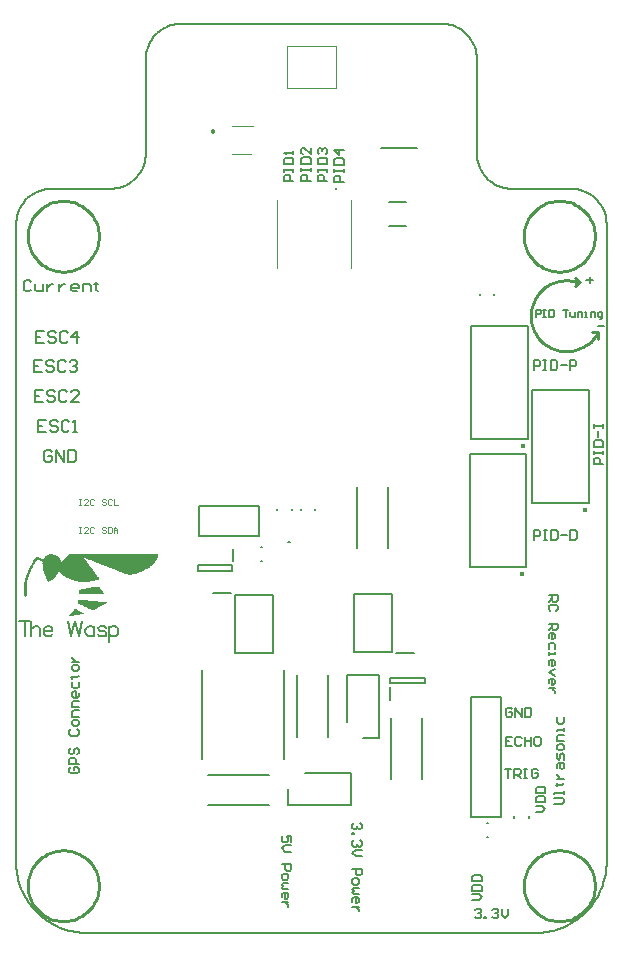
<source format=gto>
G04*
G04 #@! TF.GenerationSoftware,Altium Limited,Altium Designer,21.9.2 (33)*
G04*
G04 Layer_Color=65535*
%FSLAX44Y44*%
%MOMM*%
G71*
G04*
G04 #@! TF.SameCoordinates,2CFDF89B-9312-4636-8282-1E88586E834E*
G04*
G04*
G04 #@! TF.FilePolarity,Positive*
G04*
G01*
G75*
%ADD10C,0.2000*%
%ADD11C,0.3000*%
%ADD12C,0.2540*%
%ADD13C,0.4000*%
%ADD14C,0.1000*%
%ADD15C,0.1530*%
%ADD16C,0.1300*%
%ADD17C,0.1500*%
%ADD18C,0.2032*%
G36*
X120185Y320684D02*
Y320454D01*
Y320224D01*
Y319995D01*
Y319765D01*
Y319535D01*
Y319305D01*
Y319075D01*
Y318845D01*
Y318615D01*
Y318385D01*
X119955D01*
Y318155D01*
Y317925D01*
Y317696D01*
Y317466D01*
Y317236D01*
X119496D01*
Y317006D01*
Y316776D01*
Y316546D01*
X119036D01*
Y316316D01*
Y316086D01*
Y315856D01*
X118806D01*
Y315627D01*
Y315397D01*
Y315167D01*
Y314937D01*
X118346D01*
Y314707D01*
X117886D01*
Y314477D01*
Y314247D01*
Y314017D01*
Y313787D01*
X117656D01*
Y313557D01*
X117427D01*
Y313328D01*
X117197D01*
Y313098D01*
X116967D01*
Y312868D01*
X116737D01*
Y312638D01*
X116507D01*
Y312408D01*
X116277D01*
Y312178D01*
X116047D01*
Y311948D01*
X115817D01*
Y311718D01*
X115587D01*
Y311488D01*
X115357D01*
Y311259D01*
X115128D01*
Y311029D01*
X114898D01*
Y310799D01*
X114668D01*
Y310569D01*
X113978D01*
Y310339D01*
X113748D01*
Y310109D01*
X113518D01*
Y309879D01*
Y309649D01*
X113059D01*
Y309419D01*
X112369D01*
Y309189D01*
Y308960D01*
X111679D01*
Y308730D01*
X111449D01*
Y308500D01*
X111219D01*
Y308270D01*
X110530D01*
Y308040D01*
Y307810D01*
X109610D01*
Y307580D01*
Y307350D01*
X108920D01*
Y307120D01*
X108231D01*
Y306891D01*
Y306661D01*
X107541D01*
Y306431D01*
X107311D01*
Y306201D01*
X106621D01*
Y305971D01*
X105472D01*
Y305741D01*
Y305511D01*
X104323D01*
Y305281D01*
Y305051D01*
X103633D01*
Y304821D01*
X102483D01*
Y304592D01*
Y304362D01*
X101334D01*
Y304132D01*
Y303902D01*
X99725D01*
Y303672D01*
X98345D01*
Y303442D01*
Y303212D01*
X96736D01*
Y302982D01*
X95586D01*
Y303212D01*
X94437D01*
Y303442D01*
Y303672D01*
X93747D01*
Y303902D01*
X92598D01*
Y304132D01*
X92368D01*
Y304362D01*
X91448D01*
Y304592D01*
X91218D01*
Y304821D01*
X90529D01*
Y305051D01*
X89609D01*
Y305281D01*
X89379D01*
Y305511D01*
X88690D01*
Y305741D01*
Y305971D01*
X87540D01*
Y306201D01*
X86391D01*
Y306431D01*
Y306661D01*
X85701D01*
Y306891D01*
Y307120D01*
X84551D01*
Y307350D01*
X83862D01*
Y307580D01*
X83632D01*
Y307810D01*
X82712D01*
Y308040D01*
X82483D01*
Y308270D01*
X81563D01*
Y308500D01*
X80873D01*
Y308730D01*
X80643D01*
Y308960D01*
X79494D01*
Y309189D01*
Y309419D01*
X78804D01*
Y309649D01*
X77655D01*
Y309879D01*
Y310109D01*
X76965D01*
Y310339D01*
X76735D01*
Y310569D01*
X75815D01*
Y310799D01*
X74666D01*
Y311029D01*
Y311259D01*
X73976D01*
Y311488D01*
X72827D01*
Y311718D01*
Y311948D01*
X71907D01*
Y312178D01*
Y312408D01*
X70758D01*
Y312638D01*
X69838D01*
Y312868D01*
X69608D01*
Y313098D01*
X68919D01*
Y313328D01*
Y313557D01*
X67769D01*
Y313787D01*
X67080D01*
Y314017D01*
Y314247D01*
X65930D01*
Y314477D01*
Y314707D01*
X64781D01*
Y314937D01*
X64091D01*
Y315167D01*
Y315397D01*
X62941D01*
Y315627D01*
X62712D01*
Y315856D01*
X62022D01*
Y316086D01*
X61102D01*
Y316316D01*
X60872D01*
Y316546D01*
X59953D01*
Y316776D01*
X59723D01*
Y317006D01*
X59033D01*
Y317236D01*
X57884D01*
Y317006D01*
Y316776D01*
Y316546D01*
X58343D01*
Y316316D01*
Y316086D01*
X58803D01*
Y315856D01*
Y315627D01*
Y315397D01*
X59033D01*
Y315167D01*
X59263D01*
Y314937D01*
X59493D01*
Y314707D01*
X59723D01*
Y314477D01*
X59953D01*
Y314247D01*
X59723D01*
Y314017D01*
Y313787D01*
X60183D01*
Y313557D01*
X60413D01*
Y313328D01*
X60642D01*
Y313098D01*
X61102D01*
Y312868D01*
Y312638D01*
X60872D01*
Y312408D01*
X61102D01*
Y312178D01*
X61562D01*
Y311948D01*
X61792D01*
Y311718D01*
Y311488D01*
X62252D01*
Y311259D01*
X62022D01*
Y311029D01*
Y310799D01*
X62482D01*
Y310569D01*
X62712D01*
Y310339D01*
X62941D01*
Y310109D01*
X63171D01*
Y309879D01*
Y309649D01*
Y309419D01*
Y309189D01*
X63631D01*
Y308960D01*
X64091D01*
Y308730D01*
Y308500D01*
X64321D01*
Y308270D01*
Y308040D01*
Y307810D01*
X64781D01*
Y307580D01*
Y307350D01*
X65240D01*
Y307120D01*
Y306891D01*
X65470D01*
Y306661D01*
Y306431D01*
Y306201D01*
X65930D01*
Y305971D01*
X66160D01*
Y305741D01*
X66390D01*
Y305511D01*
X66620D01*
Y305281D01*
Y305051D01*
Y304821D01*
Y304592D01*
X67080D01*
Y304362D01*
X67539D01*
Y304132D01*
Y303902D01*
X67769D01*
Y303672D01*
Y303442D01*
Y303212D01*
X68229D01*
Y302982D01*
Y302752D01*
X68689D01*
Y302523D01*
X68919D01*
Y302293D01*
Y302063D01*
Y301833D01*
Y301603D01*
X69378D01*
Y301373D01*
X69608D01*
Y301143D01*
X69838D01*
Y300913D01*
X70068D01*
Y300683D01*
Y300453D01*
Y300224D01*
X70528D01*
Y299994D01*
Y299764D01*
X70988D01*
Y299534D01*
X70298D01*
Y299304D01*
X70068D01*
Y299074D01*
X69149D01*
Y298844D01*
X68919D01*
Y298614D01*
X67080D01*
Y298384D01*
X65240D01*
Y298155D01*
Y297925D01*
X62941D01*
Y297695D01*
Y297465D01*
X52596D01*
Y297695D01*
Y297925D01*
X50297D01*
Y298155D01*
Y298384D01*
X48688D01*
Y298614D01*
X47768D01*
Y298844D01*
X47538D01*
Y299074D01*
X46619D01*
Y299304D01*
X46389D01*
Y299534D01*
X45469D01*
Y299764D01*
X44780D01*
Y299994D01*
X44550D01*
Y300224D01*
X43860D01*
Y300453D01*
Y300683D01*
X43170D01*
Y300913D01*
X42481D01*
Y301143D01*
X42251D01*
Y301373D01*
X42021D01*
Y301603D01*
X41791D01*
Y301833D01*
X41101D01*
Y302063D01*
X40871D01*
Y302293D01*
Y302523D01*
X40182D01*
Y302752D01*
X39722D01*
Y302982D01*
Y303212D01*
X39262D01*
Y303442D01*
Y303672D01*
X39032D01*
Y303902D01*
X38343D01*
Y304132D01*
X38113D01*
Y304362D01*
X37883D01*
Y304592D01*
X37653D01*
Y304821D01*
X37423D01*
Y305051D01*
Y305281D01*
Y305511D01*
X36963D01*
Y305741D01*
Y305971D01*
X36503D01*
Y305741D01*
X36274D01*
Y305511D01*
X36044D01*
Y305281D01*
X35814D01*
Y305051D01*
X35584D01*
Y304821D01*
Y304592D01*
Y304362D01*
X35354D01*
Y304132D01*
X35124D01*
Y303902D01*
X34664D01*
Y303672D01*
Y303442D01*
X34894D01*
Y303212D01*
X34434D01*
Y302982D01*
X34204D01*
Y302752D01*
X33974D01*
Y302523D01*
Y302293D01*
Y302063D01*
X33745D01*
Y301833D01*
X33515D01*
Y301603D01*
X33285D01*
Y301373D01*
X33055D01*
Y301143D01*
X32825D01*
Y300913D01*
X32595D01*
Y300683D01*
X32365D01*
Y300453D01*
X32135D01*
Y300224D01*
X31906D01*
Y299994D01*
X31676D01*
Y299764D01*
X31446D01*
Y299534D01*
X31216D01*
Y299304D01*
X30986D01*
Y299074D01*
X30296D01*
Y298844D01*
Y298614D01*
X29836D01*
Y298384D01*
X29147D01*
Y298155D01*
Y297925D01*
X27997D01*
Y297695D01*
Y297465D01*
X26848D01*
Y297695D01*
Y297925D01*
Y298155D01*
Y298384D01*
X26388D01*
Y298614D01*
X26158D01*
Y298844D01*
Y299074D01*
Y299304D01*
Y299534D01*
X25698D01*
Y299764D01*
Y299994D01*
Y300224D01*
X25239D01*
Y300453D01*
Y300683D01*
Y300913D01*
X25009D01*
Y301143D01*
Y301373D01*
Y301603D01*
Y301833D01*
X24549D01*
Y302063D01*
Y302293D01*
Y302523D01*
Y302752D01*
X24319D01*
Y302982D01*
X24089D01*
Y303212D01*
X24319D01*
Y303442D01*
Y303672D01*
Y303902D01*
X23859D01*
Y304132D01*
Y304362D01*
Y304592D01*
Y304821D01*
Y305051D01*
X23399D01*
Y305281D01*
Y305511D01*
Y305741D01*
Y305971D01*
Y306201D01*
Y306431D01*
Y306661D01*
X22940D01*
Y306891D01*
Y307120D01*
X23170D01*
Y307350D01*
Y307580D01*
Y307810D01*
Y308040D01*
Y308270D01*
Y308500D01*
X22710D01*
Y308730D01*
Y308960D01*
Y309189D01*
Y309419D01*
Y309649D01*
Y309879D01*
Y310109D01*
Y310339D01*
Y310569D01*
Y310799D01*
Y311029D01*
Y311259D01*
Y311488D01*
Y311718D01*
Y311948D01*
Y312178D01*
Y312408D01*
Y312638D01*
X22250D01*
Y312868D01*
Y313098D01*
Y313328D01*
X22710D01*
Y313557D01*
Y313787D01*
Y314017D01*
Y314247D01*
X21790D01*
Y314477D01*
Y314707D01*
X21100D01*
Y314937D01*
X20411D01*
Y315167D01*
X20181D01*
Y315397D01*
X19491D01*
Y315627D01*
Y315856D01*
X18342D01*
Y316086D01*
X17652D01*
Y315856D01*
X17192D01*
Y315627D01*
Y315397D01*
X17422D01*
Y315167D01*
X17192D01*
Y314937D01*
X16962D01*
Y314707D01*
Y314477D01*
Y314247D01*
X16732D01*
Y314017D01*
X16502D01*
Y313787D01*
X16043D01*
Y313557D01*
X16273D01*
Y313328D01*
Y313098D01*
X15813D01*
Y312868D01*
Y312638D01*
Y312408D01*
X15583D01*
Y312178D01*
X15353D01*
Y311948D01*
X14893D01*
Y311718D01*
Y311488D01*
X15123D01*
Y311259D01*
X14663D01*
Y311029D01*
Y310799D01*
Y310569D01*
X14203D01*
Y310339D01*
Y310109D01*
Y309879D01*
Y309649D01*
X13974D01*
Y309419D01*
Y309189D01*
Y308960D01*
X13514D01*
Y308730D01*
Y308500D01*
Y308270D01*
X13054D01*
Y308040D01*
Y307810D01*
Y307580D01*
Y307350D01*
X12824D01*
Y307120D01*
Y306891D01*
Y306661D01*
Y306431D01*
Y306201D01*
X12364D01*
Y305971D01*
Y305741D01*
Y305511D01*
X11905D01*
Y305281D01*
Y305051D01*
Y304821D01*
X11675D01*
Y304592D01*
Y304362D01*
Y304132D01*
Y303902D01*
Y303672D01*
X11215D01*
Y303442D01*
Y303212D01*
Y302982D01*
Y302752D01*
Y302523D01*
X10755D01*
Y302293D01*
Y302063D01*
Y301833D01*
Y301603D01*
Y301373D01*
X10525D01*
Y301143D01*
Y300913D01*
Y300683D01*
Y300453D01*
Y300224D01*
X10065D01*
Y299994D01*
Y299764D01*
Y299534D01*
Y299304D01*
Y299074D01*
Y298844D01*
Y298614D01*
X9606D01*
Y298384D01*
Y298155D01*
Y297925D01*
Y297695D01*
Y297465D01*
X9836D01*
Y297235D01*
X9376D01*
Y297005D01*
Y296775D01*
Y296545D01*
Y296315D01*
Y296085D01*
Y295856D01*
Y295626D01*
Y295396D01*
Y295166D01*
Y294936D01*
X8916D01*
Y294706D01*
Y294476D01*
Y294246D01*
Y294016D01*
Y293787D01*
Y293557D01*
Y293327D01*
Y293097D01*
Y292867D01*
Y292637D01*
Y292407D01*
Y292177D01*
Y291947D01*
Y291717D01*
Y291488D01*
Y291258D01*
Y291028D01*
Y290798D01*
Y290568D01*
Y290338D01*
Y290108D01*
Y289878D01*
Y289648D01*
Y289419D01*
Y289189D01*
Y288959D01*
Y288729D01*
Y288499D01*
Y288269D01*
Y288039D01*
Y287809D01*
Y287579D01*
Y287349D01*
Y287120D01*
X9376D01*
Y286890D01*
Y286660D01*
Y286430D01*
Y286200D01*
Y285970D01*
Y285740D01*
Y285510D01*
X9146D01*
Y285280D01*
X8916D01*
Y285051D01*
X8686D01*
Y284821D01*
Y284591D01*
X7767D01*
Y284821D01*
Y285051D01*
X7307D01*
Y285280D01*
Y285510D01*
X7077D01*
Y285740D01*
Y285970D01*
Y286200D01*
Y286430D01*
X6847D01*
Y286660D01*
X6617D01*
Y286890D01*
X6847D01*
Y287120D01*
Y287349D01*
Y287579D01*
Y287809D01*
Y288039D01*
Y288269D01*
Y288499D01*
Y288729D01*
Y288959D01*
Y289189D01*
Y289419D01*
Y289648D01*
Y289878D01*
Y290108D01*
Y290338D01*
Y290568D01*
Y290798D01*
Y291028D01*
Y291258D01*
Y291488D01*
Y291717D01*
Y291947D01*
Y292177D01*
Y292407D01*
Y292637D01*
Y292867D01*
Y293097D01*
Y293327D01*
Y293557D01*
Y293787D01*
Y294016D01*
Y294246D01*
Y294476D01*
Y294706D01*
X6617D01*
Y294936D01*
Y295166D01*
X7077D01*
Y295396D01*
Y295626D01*
Y295856D01*
Y296085D01*
Y296315D01*
Y296545D01*
Y296775D01*
Y297005D01*
X7537D01*
Y297235D01*
Y297465D01*
Y297695D01*
Y297925D01*
Y298155D01*
Y298384D01*
Y298614D01*
Y298844D01*
Y299074D01*
X7767D01*
Y299304D01*
Y299534D01*
Y299764D01*
Y299994D01*
Y300224D01*
X8226D01*
Y300453D01*
Y300683D01*
Y300913D01*
Y301143D01*
Y301373D01*
Y301603D01*
X8686D01*
Y301833D01*
Y302063D01*
Y302293D01*
Y302523D01*
Y302752D01*
X8916D01*
Y302982D01*
Y303212D01*
Y303442D01*
Y303672D01*
Y303902D01*
X9376D01*
Y304132D01*
Y304362D01*
Y304592D01*
X9836D01*
Y304821D01*
Y305051D01*
Y305281D01*
Y305511D01*
Y305741D01*
X10065D01*
Y305971D01*
Y306201D01*
Y306431D01*
Y306661D01*
X10525D01*
Y306891D01*
Y307120D01*
Y307350D01*
X10985D01*
Y307580D01*
Y307810D01*
X10755D01*
Y308040D01*
X11215D01*
Y308270D01*
Y308500D01*
Y308730D01*
Y308960D01*
X11675D01*
Y309189D01*
Y309419D01*
Y309649D01*
X12134D01*
Y309879D01*
Y310109D01*
X11905D01*
Y310339D01*
X12364D01*
Y310569D01*
Y310799D01*
Y311029D01*
X12824D01*
Y311259D01*
Y311488D01*
Y311718D01*
Y311948D01*
X13284D01*
Y312178D01*
Y312408D01*
X13054D01*
Y312638D01*
X13514D01*
Y312868D01*
Y313098D01*
Y313328D01*
X13744D01*
Y313557D01*
X13974D01*
Y313787D01*
X14433D01*
Y314017D01*
Y314247D01*
X14203D01*
Y314477D01*
X14663D01*
Y314707D01*
Y314937D01*
Y315167D01*
Y315397D01*
X14893D01*
Y315627D01*
X15353D01*
Y315856D01*
X15583D01*
Y316086D01*
X15353D01*
Y316316D01*
Y316546D01*
X15813D01*
Y316776D01*
X16273D01*
Y317006D01*
Y317236D01*
Y317466D01*
Y317696D01*
X16502D01*
Y317925D01*
X16962D01*
Y318155D01*
Y318385D01*
Y318615D01*
X17882D01*
Y318385D01*
X18572D01*
Y318155D01*
Y317925D01*
X19721D01*
Y317696D01*
X20411D01*
Y317466D01*
Y317236D01*
X21100D01*
Y317006D01*
X21330D01*
Y316776D01*
X22250D01*
Y316546D01*
X23399D01*
Y316776D01*
Y317006D01*
Y317236D01*
X23629D01*
Y317466D01*
X23859D01*
Y317696D01*
X24319D01*
Y317925D01*
X24089D01*
Y318155D01*
Y318385D01*
X24549D01*
Y318615D01*
Y318845D01*
X24779D01*
Y319075D01*
X25239D01*
Y319305D01*
Y319535D01*
X25928D01*
Y319765D01*
X26618D01*
Y319995D01*
X26848D01*
Y320224D01*
X27767D01*
Y320454D01*
X27997D01*
Y320684D01*
X31676D01*
Y320454D01*
X31906D01*
Y320224D01*
X32825D01*
Y319995D01*
X33055D01*
Y319765D01*
X34204D01*
Y319535D01*
X34434D01*
Y319305D01*
Y319075D01*
X35124D01*
Y318845D01*
X35584D01*
Y318615D01*
Y318385D01*
X36044D01*
Y318155D01*
Y317925D01*
X36274D01*
Y317696D01*
X36733D01*
Y317466D01*
Y317236D01*
X36963D01*
Y317006D01*
Y316776D01*
Y316546D01*
X37423D01*
Y316316D01*
Y316086D01*
X37883D01*
Y315856D01*
Y315627D01*
Y315397D01*
X38113D01*
Y315167D01*
Y314937D01*
Y314707D01*
Y314477D01*
X38802D01*
Y314707D01*
X39032D01*
Y314937D01*
X39262D01*
Y315167D01*
X39492D01*
Y315397D01*
X39722D01*
Y315627D01*
X39952D01*
Y315856D01*
X40182D01*
Y316086D01*
X40412D01*
Y316316D01*
Y316546D01*
X40871D01*
Y316776D01*
X41101D01*
Y317006D01*
X41331D01*
Y317236D01*
X41561D01*
Y317466D01*
X41791D01*
Y317696D01*
X42251D01*
Y317925D01*
X42711D01*
Y318155D01*
Y318385D01*
X43170D01*
Y318615D01*
Y318845D01*
X43400D01*
Y319075D01*
X43860D01*
Y319305D01*
Y319535D01*
X44320D01*
Y319765D01*
X44550D01*
Y319995D01*
Y320224D01*
X45009D01*
Y320454D01*
Y320684D01*
X45469D01*
Y320914D01*
X120185D01*
Y320684D01*
D02*
G37*
G36*
X70332Y293097D02*
Y292867D01*
Y292637D01*
X70792D01*
Y292407D01*
Y292177D01*
X71021D01*
Y291947D01*
X71251D01*
Y291717D01*
X71481D01*
Y291488D01*
Y291258D01*
Y291028D01*
X71941D01*
Y290798D01*
Y290568D01*
X72401D01*
Y290338D01*
X72631D01*
Y290108D01*
Y289878D01*
Y289648D01*
Y289419D01*
X73091D01*
Y289189D01*
X73320D01*
Y288959D01*
X73550D01*
Y288729D01*
X73780D01*
Y288499D01*
Y288269D01*
Y288039D01*
X74240D01*
Y287809D01*
Y287579D01*
X74700D01*
Y287349D01*
X53320D01*
Y287579D01*
Y287809D01*
Y288039D01*
Y288269D01*
Y288499D01*
Y288729D01*
Y288959D01*
Y289189D01*
Y289419D01*
Y289648D01*
Y289878D01*
Y290108D01*
Y290338D01*
Y290568D01*
X54699D01*
Y290798D01*
Y291028D01*
X56998D01*
Y291258D01*
Y291488D01*
X59297D01*
Y291717D01*
X61596D01*
Y291947D01*
Y292177D01*
X63895D01*
Y292407D01*
Y292637D01*
X66194D01*
Y292867D01*
X68263D01*
Y293097D01*
X68493D01*
Y293327D01*
X70332D01*
Y293097D01*
D02*
G37*
G36*
X53320Y282062D02*
Y281832D01*
X56998D01*
Y281602D01*
X61136D01*
Y281372D01*
X61366D01*
Y281142D01*
X65504D01*
Y280912D01*
Y280683D01*
X69182D01*
Y280453D01*
X73320D01*
Y280223D01*
X73550D01*
Y279993D01*
X77229D01*
Y279763D01*
X76539D01*
Y279533D01*
Y279303D01*
X76079D01*
Y279073D01*
Y278843D01*
X75389D01*
Y278613D01*
X74700D01*
Y278384D01*
X74470D01*
Y278154D01*
X74240D01*
Y277924D01*
X73780D01*
Y277694D01*
X73320D01*
Y277464D01*
X72631D01*
Y277234D01*
Y277004D01*
X71941D01*
Y276774D01*
X71711D01*
Y276544D01*
X71481D01*
Y276315D01*
X70792D01*
Y276085D01*
Y275855D01*
X70102D01*
Y275625D01*
X69642D01*
Y275395D01*
Y275165D01*
X68952D01*
Y274935D01*
X68723D01*
Y274705D01*
X68033D01*
Y274475D01*
X67343D01*
Y274245D01*
Y274016D01*
X67113D01*
Y273786D01*
X66883D01*
Y273556D01*
X66194D01*
Y273326D01*
X65504D01*
Y273096D01*
X65274D01*
Y273326D01*
X64584D01*
Y273556D01*
X63895D01*
Y273786D01*
Y274016D01*
X63205D01*
Y274245D01*
X62975D01*
Y274475D01*
X61826D01*
Y274705D01*
X61136D01*
Y274935D01*
Y275165D01*
X60446D01*
Y275395D01*
X60216D01*
Y275625D01*
X59756D01*
Y275855D01*
X58837D01*
Y276085D01*
Y276315D01*
X57688D01*
Y276544D01*
Y276774D01*
X56998D01*
Y277004D01*
X56308D01*
Y277234D01*
Y277464D01*
X55388D01*
Y277694D01*
X55159D01*
Y277924D01*
X54239D01*
Y278154D01*
X53549D01*
Y278384D01*
Y278613D01*
X52860D01*
Y278843D01*
X52170D01*
Y279073D01*
Y279303D01*
X52630D01*
Y279533D01*
Y279763D01*
Y279993D01*
Y280223D01*
Y280453D01*
Y280683D01*
Y280912D01*
X52400D01*
Y281142D01*
X52860D01*
Y281372D01*
Y281602D01*
Y281832D01*
Y282062D01*
Y282292D01*
X53320D01*
Y282062D01*
D02*
G37*
G36*
X50561Y274016D02*
X51250D01*
Y273786D01*
X51480D01*
Y273556D01*
X52170D01*
Y273326D01*
Y273096D01*
X52860D01*
Y272866D01*
X53549D01*
Y272636D01*
X53779D01*
Y272406D01*
X54469D01*
Y272176D01*
Y271947D01*
X54929D01*
Y271717D01*
X55618D01*
Y271487D01*
Y271257D01*
X56308D01*
Y271027D01*
X56538D01*
Y270797D01*
X56998D01*
Y270567D01*
X57458D01*
Y270337D01*
Y270107D01*
X55618D01*
Y269877D01*
X53779D01*
Y269648D01*
X53549D01*
Y269418D01*
X51710D01*
Y269188D01*
X49641D01*
Y268958D01*
X49411D01*
Y268728D01*
X47572D01*
Y268498D01*
Y268268D01*
X45733D01*
Y268038D01*
X44354D01*
Y267808D01*
X44124D01*
Y268038D01*
Y268268D01*
X44354D01*
Y268498D01*
X44584D01*
Y268728D01*
X44813D01*
Y268958D01*
X45273D01*
Y269188D01*
Y269418D01*
X45503D01*
Y269648D01*
X45963D01*
Y269877D01*
Y270107D01*
X46423D01*
Y270337D01*
Y270567D01*
X46652D01*
Y270797D01*
X47112D01*
Y271027D01*
Y271257D01*
X47572D01*
Y271487D01*
Y271717D01*
X48032D01*
Y271947D01*
Y272176D01*
Y272406D01*
X48262D01*
Y272636D01*
Y272866D01*
X48721D01*
Y273096D01*
X48952D01*
Y273326D01*
Y273556D01*
X49411D01*
Y273786D01*
Y274016D01*
X49871D01*
Y274245D01*
X50561D01*
Y274016D01*
D02*
G37*
D10*
X232250Y331000D02*
X230250D01*
X232250D01*
X271296Y629947D02*
Y630947D01*
Y629947D01*
Y630947D01*
X207280Y327089D02*
X208280D01*
X207280Y315089D02*
X208280D01*
X309368Y664870D02*
X339368D01*
X315401Y618531D02*
X330401D01*
X315401Y598531D02*
X330401D01*
X316924Y211360D02*
Y215860D01*
X345924D01*
Y211360D02*
Y215860D01*
X316924Y211360D02*
X345924D01*
X316424Y197360D02*
Y207859D01*
X385118Y418337D02*
X433118D01*
Y514337D01*
X385118D02*
X433118D01*
X385118Y418337D02*
Y514337D01*
X437197Y363817D02*
X485197D01*
Y459818D01*
X437197D02*
X485197D01*
X437197Y363817D02*
Y459818D01*
X383998Y309578D02*
X431998D01*
Y405578D01*
X383998D02*
X431998D01*
X383998Y309578D02*
Y405578D01*
X398647Y81447D02*
X399647D01*
X398647Y93447D02*
X399647D01*
X410898Y98486D02*
Y200086D01*
X385498Y98486D02*
X410898Y98486D01*
X385498Y200086D02*
X410898D01*
X385498Y98486D02*
Y200086D01*
X205846Y336220D02*
Y361620D01*
X155046Y336220D02*
X205846D01*
X155046D02*
Y361620D01*
X205846D01*
X392713Y540191D02*
Y541191D01*
X404713Y540191D02*
Y541191D01*
X233254Y357856D02*
Y358856D01*
X221254Y357856D02*
Y358856D01*
X253253Y358009D02*
Y359009D01*
X241253Y358009D02*
Y359009D01*
X422007Y97638D02*
X422007Y98638D01*
X434007Y97638D02*
Y98638D01*
X162297Y134142D02*
X214257D01*
X162297Y108102D02*
X214257D01*
X237855Y166204D02*
Y218164D01*
X263895Y166204D02*
Y218164D01*
X230604Y108014D02*
Y121714D01*
Y108014D02*
X283904D01*
Y135414D01*
X244554D02*
X283904D01*
X185769Y286182D02*
X217769D01*
Y237282D02*
Y286182D01*
X185769Y237282D02*
X217769D01*
X185769D02*
Y286182D01*
X167019Y287532D02*
X182269D01*
X227090Y147315D02*
Y222315D01*
X157090Y147315D02*
Y222315D01*
X183645Y314845D02*
Y325345D01*
X154145Y311345D02*
X183145D01*
X154145Y306845D02*
Y311345D01*
Y306845D02*
X183145D01*
Y311345D01*
X317349Y130019D02*
Y181979D01*
X343389Y130019D02*
Y181979D01*
X314961Y325923D02*
Y377883D01*
X288921Y325923D02*
Y377883D01*
X286301Y238193D02*
X318301D01*
X286301D02*
Y287093D01*
X318301D01*
Y238193D02*
Y287093D01*
X321801Y236843D02*
X337051D01*
X293894Y164885D02*
X307594D01*
Y218185D01*
X280194D02*
X307594D01*
X280194Y178835D02*
Y218185D01*
X7191Y264119D02*
Y251122D01*
X2859Y264119D02*
X11523D01*
X13071D02*
Y251122D01*
Y257311D02*
X14928Y259168D01*
X16165Y259787D01*
X18022D01*
X19260Y259168D01*
X19879Y257311D01*
Y251122D01*
X23283Y256073D02*
X30710D01*
Y257311D01*
X30091Y258549D01*
X29472Y259168D01*
X28234Y259787D01*
X26377D01*
X25140Y259168D01*
X23902Y257930D01*
X23283Y256073D01*
Y254836D01*
X23902Y252979D01*
X25140Y251741D01*
X26377Y251122D01*
X28234D01*
X29472Y251741D01*
X30710Y252979D01*
X43707Y264119D02*
X46802Y251122D01*
X49896Y264119D02*
X46802Y251122D01*
X49896Y264119D02*
X52991Y251122D01*
X56085Y264119D02*
X52991Y251122D01*
X66112Y259787D02*
Y251122D01*
Y257930D02*
X64874Y259168D01*
X63636Y259787D01*
X61779D01*
X60542Y259168D01*
X59304Y257930D01*
X58685Y256073D01*
Y254836D01*
X59304Y252979D01*
X60542Y251741D01*
X61779Y251122D01*
X63636D01*
X64874Y251741D01*
X66112Y252979D01*
X76386Y257930D02*
X75767Y259168D01*
X73910Y259787D01*
X72053D01*
X70197Y259168D01*
X69578Y257930D01*
X70197Y256692D01*
X71434Y256073D01*
X74529Y255455D01*
X75767Y254836D01*
X76386Y253598D01*
Y252979D01*
X75767Y251741D01*
X73910Y251122D01*
X72053D01*
X70197Y251741D01*
X69578Y252979D01*
X79109Y259787D02*
Y246790D01*
Y257930D02*
X80347Y259168D01*
X81585Y259787D01*
X83441D01*
X84679Y259168D01*
X85917Y257930D01*
X86536Y256073D01*
Y254836D01*
X85917Y252979D01*
X84679Y251741D01*
X83441Y251122D01*
X81585D01*
X80347Y251741D01*
X79109Y252979D01*
D11*
X166536Y678305D02*
Y679305D01*
Y678305D01*
D12*
X490000Y40000D02*
X489892Y42544D01*
X489568Y45070D01*
X489032Y47559D01*
X488286Y49994D01*
X487336Y52357D01*
X486190Y54631D01*
X484855Y56799D01*
X483341Y58847D01*
X481658Y60758D01*
X479820Y62520D01*
X477839Y64120D01*
X475729Y65546D01*
X473506Y66788D01*
X471185Y67837D01*
X468784Y68685D01*
X466320Y69327D01*
X463810Y69757D01*
X461273Y69973D01*
X458726D01*
X456189Y69757D01*
X453679Y69327D01*
X451215Y68685D01*
X448814Y67837D01*
X446493Y66788D01*
X444270Y65546D01*
X442161Y64120D01*
X440179Y62520D01*
X438341Y60758D01*
X436659Y58847D01*
X435144Y56799D01*
X433809Y54631D01*
X432663Y52357D01*
X431713Y49994D01*
X430968Y47559D01*
X430431Y45070D01*
X430108Y42544D01*
X430000Y40000D01*
X430108Y37456D01*
X430431Y34930D01*
X430968Y32441D01*
X431713Y30006D01*
X432663Y27643D01*
X433809Y25369D01*
X435144Y23201D01*
X436659Y21153D01*
X438341Y19242D01*
X440179Y17480D01*
X442161Y15880D01*
X444270Y14454D01*
X446493Y13212D01*
X448814Y12163D01*
X451215Y11315D01*
X453679Y10673D01*
X456189Y10243D01*
X458726Y10027D01*
X461273D01*
X463810Y10243D01*
X466320Y10673D01*
X468784Y11315D01*
X471185Y12163D01*
X473506Y13212D01*
X475729Y14454D01*
X477839Y15880D01*
X479820Y17480D01*
X481658Y19242D01*
X483341Y21154D01*
X484855Y23201D01*
X486190Y25369D01*
X487337Y27643D01*
X488286Y30006D01*
X489032Y32441D01*
X489568Y34930D01*
X489892Y37456D01*
X490000Y40000D01*
Y590000D02*
X489892Y592544D01*
X489568Y595070D01*
X489032Y597559D01*
X488286Y599994D01*
X487336Y602357D01*
X486190Y604631D01*
X484855Y606799D01*
X483341Y608847D01*
X481658Y610758D01*
X479820Y612520D01*
X477839Y614120D01*
X475729Y615546D01*
X473506Y616788D01*
X471185Y617837D01*
X468784Y618685D01*
X466320Y619327D01*
X463810Y619757D01*
X461273Y619973D01*
X458726D01*
X456189Y619757D01*
X453679Y619327D01*
X451215Y618685D01*
X448814Y617837D01*
X446493Y616788D01*
X444270Y615546D01*
X442161Y614120D01*
X440179Y612520D01*
X438341Y610758D01*
X436659Y608847D01*
X435144Y606799D01*
X433809Y604631D01*
X432663Y602357D01*
X431713Y599994D01*
X430968Y597559D01*
X430431Y595070D01*
X430108Y592544D01*
X430000Y590000D01*
X430108Y587456D01*
X430431Y584930D01*
X430968Y582441D01*
X431713Y580006D01*
X432663Y577643D01*
X433809Y575369D01*
X435144Y573201D01*
X436659Y571153D01*
X438341Y569242D01*
X440179Y567480D01*
X442161Y565880D01*
X444270Y564454D01*
X446493Y563212D01*
X448814Y562163D01*
X451215Y561315D01*
X453679Y560673D01*
X456189Y560243D01*
X458726Y560027D01*
X461273D01*
X463810Y560243D01*
X466320Y560673D01*
X468784Y561315D01*
X471185Y562163D01*
X473506Y563212D01*
X475729Y564454D01*
X477839Y565880D01*
X479820Y567480D01*
X481658Y569242D01*
X483341Y571153D01*
X484855Y573201D01*
X486190Y575369D01*
X487337Y577643D01*
X488286Y580006D01*
X489032Y582441D01*
X489568Y584930D01*
X489892Y587456D01*
X490000Y590000D01*
X474525Y551329D02*
X472042Y551962D01*
X469514Y552382D01*
X466959Y552584D01*
X464396Y552567D01*
X461844Y552332D01*
X459322Y551879D01*
X456847Y551213D01*
X454439Y550339D01*
X452113Y549262D01*
X449888Y547990D01*
X447780Y546533D01*
X445803Y544902D01*
X443974Y543108D01*
X442304Y541164D01*
X440806Y539085D01*
X439490Y536885D01*
X438368Y534581D01*
X437446Y532190D01*
X436731Y529729D01*
X436230Y527216D01*
X435944Y524669D01*
X435877Y522107D01*
X436029Y519549D01*
X436398Y517013D01*
X436983Y514518D01*
X437778Y512082D01*
X438779Y509723D01*
X439977Y507457D01*
X441364Y505302D01*
X442930Y503274D01*
X444664Y501386D01*
X446552Y499654D01*
X448581Y498088D01*
X450736Y496702D01*
X453002Y495505D01*
X455362Y494505D01*
X457798Y493711D01*
X460294Y493127D01*
X462830Y492758D01*
X465388Y492607D01*
X467950Y492675D01*
X470496Y492962D01*
X473009Y493465D01*
X475470Y494180D01*
X477861Y495103D01*
X480164Y496226D01*
X482363Y497542D01*
X484442Y499041D01*
X486385Y500712D01*
X488179Y502542D01*
X489809Y504519D01*
X491265Y506628D01*
X70000Y40000D02*
X69892Y42544D01*
X69568Y45070D01*
X69032Y47559D01*
X68286Y49994D01*
X67336Y52357D01*
X66190Y54631D01*
X64855Y56799D01*
X63341Y58847D01*
X61658Y60758D01*
X59820Y62520D01*
X57839Y64120D01*
X55729Y65546D01*
X53506Y66788D01*
X51185Y67837D01*
X48784Y68685D01*
X46320Y69327D01*
X43810Y69757D01*
X41273Y69973D01*
X38726D01*
X36189Y69757D01*
X33679Y69327D01*
X31215Y68685D01*
X28814Y67837D01*
X26493Y66788D01*
X24270Y65546D01*
X22161Y64120D01*
X20179Y62520D01*
X18341Y60758D01*
X16659Y58847D01*
X15144Y56799D01*
X13809Y54631D01*
X12663Y52357D01*
X11713Y49994D01*
X10968Y47559D01*
X10431Y45070D01*
X10108Y42544D01*
X10000Y40000D01*
X10108Y37456D01*
X10431Y34930D01*
X10968Y32441D01*
X11713Y30006D01*
X12663Y27643D01*
X13809Y25369D01*
X15144Y23201D01*
X16659Y21153D01*
X18341Y19242D01*
X20179Y17480D01*
X22161Y15880D01*
X24270Y14454D01*
X26493Y13212D01*
X28814Y12163D01*
X31215Y11315D01*
X33679Y10673D01*
X36189Y10243D01*
X38726Y10027D01*
X41273D01*
X43810Y10243D01*
X46320Y10673D01*
X48784Y11315D01*
X51185Y12163D01*
X53506Y13212D01*
X55729Y14454D01*
X57839Y15880D01*
X59820Y17480D01*
X61658Y19242D01*
X63341Y21154D01*
X64855Y23201D01*
X66190Y25369D01*
X67337Y27643D01*
X68286Y30006D01*
X69032Y32441D01*
X69568Y34930D01*
X69892Y37456D01*
X70000Y40000D01*
Y590000D02*
X69892Y592544D01*
X69568Y595070D01*
X69032Y597559D01*
X68286Y599994D01*
X67336Y602357D01*
X66190Y604631D01*
X64855Y606799D01*
X63341Y608847D01*
X61658Y610758D01*
X59820Y612520D01*
X57839Y614120D01*
X55729Y615546D01*
X53506Y616788D01*
X51185Y617837D01*
X48784Y618685D01*
X46320Y619327D01*
X43810Y619757D01*
X41273Y619973D01*
X38726D01*
X36189Y619757D01*
X33679Y619327D01*
X31215Y618685D01*
X28814Y617837D01*
X26493Y616788D01*
X24270Y615546D01*
X22161Y614120D01*
X20179Y612520D01*
X18341Y610758D01*
X16659Y608847D01*
X15144Y606799D01*
X13809Y604631D01*
X12663Y602357D01*
X11713Y599994D01*
X10968Y597559D01*
X10431Y595070D01*
X10108Y592544D01*
X10000Y590000D01*
X10108Y587456D01*
X10431Y584930D01*
X10968Y582441D01*
X11713Y580006D01*
X12663Y577643D01*
X13809Y575369D01*
X15144Y573201D01*
X16659Y571153D01*
X18341Y569242D01*
X20179Y567480D01*
X22161Y565880D01*
X24270Y564454D01*
X26493Y563212D01*
X28814Y562163D01*
X31215Y561315D01*
X33679Y560673D01*
X36189Y560243D01*
X38726Y560027D01*
X41273D01*
X43810Y560243D01*
X46320Y560673D01*
X48784Y561315D01*
X51185Y562163D01*
X53506Y563212D01*
X55729Y564454D01*
X57839Y565880D01*
X59820Y567480D01*
X61658Y569242D01*
X63341Y571153D01*
X64855Y573201D01*
X66190Y575369D01*
X67337Y577643D01*
X68286Y580006D01*
X69032Y582441D01*
X69568Y584930D01*
X69892Y587456D01*
X70000Y590000D01*
X493001Y503047D02*
Y508573D01*
X492944Y508630D02*
X493001Y508573D01*
X487664Y508630D02*
X492944D01*
X487664D02*
X492944D01*
X473155Y554944D02*
X477081Y551019D01*
X473674Y547611D02*
X477007Y550945D01*
D13*
X429471Y412337D02*
D03*
X481551Y357817D02*
D03*
X428352Y303578D02*
D03*
D14*
X182536Y683555D02*
X200536D01*
X182536Y659805D02*
X198536D01*
X268748Y715183D02*
X270749D01*
Y751183D01*
X229748D02*
X270749D01*
X229748Y715183D02*
Y751183D01*
Y715183D02*
X268748D01*
X283496Y562947D02*
Y620947D01*
Y562947D02*
Y620947D01*
X220996Y562947D02*
Y620947D01*
Y562947D02*
Y620947D01*
X53390Y343604D02*
X55056D01*
X54223D01*
Y338605D01*
X53390D01*
X55056D01*
X60888D02*
X57555D01*
X60888Y341938D01*
Y342771D01*
X60054Y343604D01*
X58388D01*
X57555Y342771D01*
X65886D02*
X65053Y343604D01*
X63387D01*
X62554Y342771D01*
Y339439D01*
X63387Y338605D01*
X65053D01*
X65886Y339439D01*
X75883Y342771D02*
X75050Y343604D01*
X73383D01*
X72551Y342771D01*
Y341938D01*
X73383Y341105D01*
X75050D01*
X75883Y340271D01*
Y339439D01*
X75050Y338605D01*
X73383D01*
X72551Y339439D01*
X77549Y343604D02*
Y338605D01*
X80048D01*
X80881Y339439D01*
Y342771D01*
X80048Y343604D01*
X77549D01*
X82547Y338605D02*
Y341938D01*
X84213Y343604D01*
X85879Y341938D01*
Y338605D01*
Y341105D01*
X82547D01*
X53718Y367691D02*
X55384D01*
X54551D01*
Y362693D01*
X53718D01*
X55384D01*
X61215D02*
X57883D01*
X61215Y366025D01*
Y366858D01*
X60382Y367691D01*
X58716D01*
X57883Y366858D01*
X66214D02*
X65381Y367691D01*
X63715D01*
X62881Y366858D01*
Y363526D01*
X63715Y362693D01*
X65381D01*
X66214Y363526D01*
X76210Y366858D02*
X75377Y367691D01*
X73711D01*
X72878Y366858D01*
Y366025D01*
X73711Y365192D01*
X75377D01*
X76210Y364359D01*
Y363526D01*
X75377Y362693D01*
X73711D01*
X72878Y363526D01*
X81209Y366858D02*
X80376Y367691D01*
X78710D01*
X77877Y366858D01*
Y363526D01*
X78710Y362693D01*
X80376D01*
X81209Y363526D01*
X82875Y367691D02*
Y362693D01*
X86207D01*
D15*
X234881Y636546D02*
X226884D01*
Y640545D01*
X228217Y641878D01*
X230882D01*
X232215Y640545D01*
Y636546D01*
X226884Y644544D02*
Y647209D01*
Y645876D01*
X234881D01*
Y644544D01*
Y647209D01*
X226884Y651208D02*
X234881D01*
Y655207D01*
X233548Y656540D01*
X228217D01*
X226884Y655207D01*
Y651208D01*
X234881Y659205D02*
Y661871D01*
Y660538D01*
X226884D01*
X228217Y659205D01*
X249416Y636757D02*
X241419D01*
Y640756D01*
X242752Y642088D01*
X245417D01*
X246750Y640756D01*
Y636757D01*
X241419Y644754D02*
Y647420D01*
Y646087D01*
X249416D01*
Y644754D01*
Y647420D01*
X241419Y651419D02*
X249416D01*
Y655417D01*
X248083Y656750D01*
X242752D01*
X241419Y655417D01*
Y651419D01*
X249416Y664748D02*
Y659416D01*
X244084Y664748D01*
X242752D01*
X241419Y663415D01*
Y660749D01*
X242752Y659416D01*
X263424Y636546D02*
X255427D01*
Y640545D01*
X256760Y641878D01*
X259426D01*
X260758Y640545D01*
Y636546D01*
X255427Y644544D02*
Y647209D01*
Y645876D01*
X263424D01*
Y644544D01*
Y647209D01*
X255427Y651208D02*
X263424D01*
Y655207D01*
X262091Y656540D01*
X256760D01*
X255427Y655207D01*
Y651208D01*
X256760Y659205D02*
X255427Y660538D01*
Y663204D01*
X256760Y664537D01*
X258093D01*
X259426Y663204D01*
Y661871D01*
Y663204D01*
X260758Y664537D01*
X262091D01*
X263424Y663204D01*
Y660538D01*
X262091Y659205D01*
X277327Y635914D02*
X269330D01*
Y639913D01*
X270663Y641246D01*
X273328D01*
X274662Y639913D01*
Y635914D01*
X269330Y643912D02*
Y646577D01*
Y645245D01*
X277327D01*
Y643912D01*
Y646577D01*
X269330Y650576D02*
X277327D01*
Y654575D01*
X275994Y655908D01*
X270663D01*
X269330Y654575D01*
Y650576D01*
X277327Y662572D02*
X269330D01*
X273328Y658574D01*
Y663905D01*
X440194Y102492D02*
X445525D01*
X448191Y105158D01*
X445525Y107824D01*
X440194D01*
Y110490D02*
X448191D01*
Y114488D01*
X446858Y115821D01*
X441527D01*
X440194Y114488D01*
Y110490D01*
Y118487D02*
X448191D01*
Y122486D01*
X446858Y123819D01*
X441527D01*
X440194Y122486D01*
Y118487D01*
X438596Y333044D02*
Y341042D01*
X442595D01*
X443928Y339709D01*
Y337043D01*
X442595Y335710D01*
X438596D01*
X446594Y341042D02*
X449259D01*
X447926D01*
Y333044D01*
X446594D01*
X449259D01*
X453258Y341042D02*
Y333044D01*
X457257D01*
X458590Y334377D01*
Y339709D01*
X457257Y341042D01*
X453258D01*
X461255Y337043D02*
X466587D01*
X469253Y341042D02*
Y333044D01*
X473252D01*
X474585Y334377D01*
Y339709D01*
X473252Y341042D01*
X469253D01*
X497026Y397228D02*
X489029D01*
Y401227D01*
X490362Y402560D01*
X493028D01*
X494361Y401227D01*
Y397228D01*
X489029Y405225D02*
Y407891D01*
Y406558D01*
X497026D01*
Y405225D01*
Y407891D01*
X489029Y411890D02*
X497026D01*
Y415888D01*
X495693Y417221D01*
X490362D01*
X489029Y415888D01*
Y411890D01*
X493028Y419887D02*
Y425219D01*
X489029Y427885D02*
Y430550D01*
Y429218D01*
X497026D01*
Y427885D01*
Y430550D01*
X438445Y477049D02*
Y485046D01*
X442444D01*
X443777Y483713D01*
Y481048D01*
X442444Y479715D01*
X438445D01*
X446442Y485046D02*
X449108D01*
X447775D01*
Y477049D01*
X446442D01*
X449108D01*
X453107Y485046D02*
Y477049D01*
X457106D01*
X458438Y478382D01*
Y483713D01*
X457106Y485046D01*
X453107D01*
X461104Y481048D02*
X466436D01*
X469102Y477049D02*
Y485046D01*
X473101D01*
X474433Y483713D01*
Y481048D01*
X473101Y479715D01*
X469102D01*
X492833Y513570D02*
X498164D01*
X482981Y553076D02*
X488312D01*
X485647Y555742D02*
Y550410D01*
X388441Y19262D02*
X389774Y20595D01*
X392440D01*
X393773Y19262D01*
Y17929D01*
X392440Y16596D01*
X391107D01*
X392440D01*
X393773Y15263D01*
Y13930D01*
X392440Y12597D01*
X389774D01*
X388441Y13930D01*
X396439Y12597D02*
Y13930D01*
X397772D01*
Y12597D01*
X396439D01*
X403103Y19262D02*
X404436Y20595D01*
X407102D01*
X408435Y19262D01*
Y17929D01*
X407102Y16596D01*
X405769D01*
X407102D01*
X408435Y15263D01*
Y13930D01*
X407102Y12597D01*
X404436D01*
X403103Y13930D01*
X411101Y20595D02*
Y15263D01*
X413767Y12597D01*
X416432Y15263D01*
Y20595D01*
X450824Y285897D02*
X458821D01*
Y281898D01*
X457488Y280565D01*
X454823D01*
X453490Y281898D01*
Y285897D01*
Y283231D02*
X450824Y280565D01*
X457488Y272568D02*
X458821Y273901D01*
Y276566D01*
X457488Y277899D01*
X452157D01*
X450824Y276566D01*
Y273901D01*
X452157Y272568D01*
X450824Y261905D02*
X458821D01*
Y257906D01*
X457488Y256573D01*
X454823D01*
X453490Y257906D01*
Y261905D01*
Y259239D02*
X450824Y256573D01*
Y249908D02*
Y252574D01*
X452157Y253907D01*
X454823D01*
X456156Y252574D01*
Y249908D01*
X454823Y248575D01*
X453490D01*
Y253907D01*
X456156Y240578D02*
Y244577D01*
X454823Y245910D01*
X452157D01*
X450824Y244577D01*
Y240578D01*
Y237912D02*
Y235246D01*
Y236579D01*
X456156D01*
Y237912D01*
X450824Y227249D02*
Y229915D01*
X452157Y231248D01*
X454823D01*
X456156Y229915D01*
Y227249D01*
X454823Y225916D01*
X453490D01*
Y231248D01*
X456156Y223250D02*
X450824Y220584D01*
X456156Y217919D01*
X450824Y211254D02*
Y213920D01*
X452157Y215253D01*
X454823D01*
X456156Y213920D01*
Y211254D01*
X454823Y209921D01*
X453490D01*
Y215253D01*
X456156Y207255D02*
X450824D01*
X453490D01*
X454823Y205923D01*
X456156Y204590D01*
Y203257D01*
X413902Y139184D02*
X419234D01*
X416568D01*
Y131186D01*
X421900D02*
Y139184D01*
X425898D01*
X427231Y137851D01*
Y135185D01*
X425898Y133852D01*
X421900D01*
X424566D02*
X427231Y131186D01*
X429897Y139184D02*
X432563D01*
X431230D01*
Y131186D01*
X429897D01*
X432563D01*
X441893Y137851D02*
X440560Y139184D01*
X437895D01*
X436562Y137851D01*
Y132519D01*
X437895Y131186D01*
X440560D01*
X441893Y132519D01*
Y135185D01*
X439227D01*
X420103Y166351D02*
X414771D01*
Y158354D01*
X420103D01*
X414771Y162353D02*
X417437D01*
X428101Y165018D02*
X426768Y166351D01*
X424102D01*
X422769Y165018D01*
Y159687D01*
X424102Y158354D01*
X426768D01*
X428101Y159687D01*
X430766Y166351D02*
Y158354D01*
Y162353D01*
X436098D01*
Y166351D01*
Y158354D01*
X442762Y166351D02*
X440097D01*
X438764Y165018D01*
Y159687D01*
X440097Y158354D01*
X442762D01*
X444095Y159687D01*
Y165018D01*
X442762Y166351D01*
X420103Y189578D02*
X418770Y190911D01*
X416105D01*
X414771Y189578D01*
Y184246D01*
X416105Y182913D01*
X418770D01*
X420103Y184246D01*
Y186912D01*
X417437D01*
X422769Y182913D02*
Y190911D01*
X428101Y182913D01*
Y190911D01*
X430766D02*
Y182913D01*
X434765D01*
X436098Y184246D01*
Y189578D01*
X434765Y190911D01*
X430766D01*
X386427Y27640D02*
X391759D01*
X394425Y30306D01*
X391759Y32972D01*
X386427D01*
Y35638D02*
X394425D01*
Y39636D01*
X393092Y40969D01*
X387760D01*
X386427Y39636D01*
Y35638D01*
Y43635D02*
X394425D01*
Y47634D01*
X393092Y48966D01*
X387760D01*
X386427Y47634D01*
Y43635D01*
X46381Y140548D02*
X45048Y139215D01*
Y136549D01*
X46381Y135216D01*
X51713D01*
X53046Y136549D01*
Y139215D01*
X51713Y140548D01*
X49047D01*
Y137882D01*
X53046Y143213D02*
X45048D01*
Y147212D01*
X46381Y148545D01*
X49047D01*
X50380Y147212D01*
Y143213D01*
X46381Y156542D02*
X45048Y155210D01*
Y152544D01*
X46381Y151211D01*
X47714D01*
X49047Y152544D01*
Y155210D01*
X50380Y156542D01*
X51713D01*
X53046Y155210D01*
Y152544D01*
X51713Y151211D01*
X46381Y172537D02*
X45048Y171204D01*
Y168539D01*
X46381Y167206D01*
X51713D01*
X53046Y168539D01*
Y171204D01*
X51713Y172537D01*
X53046Y176536D02*
Y179202D01*
X51713Y180535D01*
X49047D01*
X47714Y179202D01*
Y176536D01*
X49047Y175203D01*
X51713D01*
X53046Y176536D01*
Y183200D02*
X47714D01*
Y187199D01*
X49047Y188532D01*
X53046D01*
Y191198D02*
X47714D01*
Y195197D01*
X49047Y196530D01*
X53046D01*
Y203194D02*
Y200528D01*
X51713Y199195D01*
X49047D01*
X47714Y200528D01*
Y203194D01*
X49047Y204527D01*
X50380D01*
Y199195D01*
X47714Y212524D02*
Y208526D01*
X49047Y207193D01*
X51713D01*
X53046Y208526D01*
Y212524D01*
X46381Y216523D02*
X47714D01*
Y215190D01*
Y217856D01*
Y216523D01*
X51713D01*
X53046Y217856D01*
Y223188D02*
Y225853D01*
X51713Y227186D01*
X49047D01*
X47714Y225853D01*
Y223188D01*
X49047Y221855D01*
X51713D01*
X53046Y223188D01*
X47714Y229852D02*
X53046D01*
X50380D01*
X49047Y231185D01*
X47714Y232518D01*
Y233851D01*
X455598Y109387D02*
X462263D01*
X463596Y110720D01*
Y113386D01*
X462263Y114719D01*
X455598D01*
X463596Y117384D02*
Y120050D01*
Y118717D01*
X455598D01*
Y117384D01*
X456931Y125382D02*
X458264D01*
Y124049D01*
Y126715D01*
Y125382D01*
X462263D01*
X463596Y126715D01*
X458264Y130714D02*
X463596D01*
X460930D01*
X459597Y132046D01*
X458264Y133379D01*
Y134712D01*
Y140044D02*
Y142710D01*
X459597Y144043D01*
X463596D01*
Y140044D01*
X462263Y138711D01*
X460930Y140044D01*
Y144043D01*
X463596Y146708D02*
Y150707D01*
X462263Y152040D01*
X460930Y150707D01*
Y148041D01*
X459597Y146708D01*
X458264Y148041D01*
Y152040D01*
X463596Y156039D02*
Y158705D01*
X462263Y160037D01*
X459597D01*
X458264Y158705D01*
Y156039D01*
X459597Y154706D01*
X462263D01*
X463596Y156039D01*
Y162703D02*
X458264D01*
Y166702D01*
X459597Y168035D01*
X463596D01*
Y170701D02*
Y173366D01*
Y172034D01*
X458264D01*
Y170701D01*
Y182697D02*
Y178698D01*
X459597Y177365D01*
X462263D01*
X463596Y178698D01*
Y182697D01*
X291525Y93004D02*
X292857Y91671D01*
Y89005D01*
X291525Y87673D01*
X290192D01*
X288859Y89005D01*
Y90338D01*
Y89005D01*
X287526Y87673D01*
X286193D01*
X284860Y89005D01*
Y91671D01*
X286193Y93004D01*
X284860Y85007D02*
X286193D01*
Y83674D01*
X284860D01*
Y85007D01*
X291525Y78342D02*
X292857Y77009D01*
Y74344D01*
X291525Y73011D01*
X290192D01*
X288859Y74344D01*
Y75676D01*
Y74344D01*
X287526Y73011D01*
X286193D01*
X284860Y74344D01*
Y77009D01*
X286193Y78342D01*
X292857Y70345D02*
X287526D01*
X284860Y67679D01*
X287526Y65013D01*
X292857D01*
X284860Y54350D02*
X292857D01*
Y50351D01*
X291525Y49018D01*
X288859D01*
X287526Y50351D01*
Y54350D01*
X284860Y45020D02*
Y42354D01*
X286193Y41021D01*
X288859D01*
X290192Y42354D01*
Y45020D01*
X288859Y46353D01*
X286193D01*
X284860Y45020D01*
X290192Y38355D02*
X286193D01*
X284860Y37022D01*
X286193Y35689D01*
X284860Y34357D01*
X286193Y33024D01*
X290192D01*
X284860Y26359D02*
Y29025D01*
X286193Y30358D01*
X288859D01*
X290192Y29025D01*
Y26359D01*
X288859Y25026D01*
X287526D01*
Y30358D01*
X290192Y22360D02*
X284860D01*
X287526D01*
X288859Y21027D01*
X290192Y19695D01*
Y18362D01*
X233074Y76885D02*
Y82216D01*
X229075D01*
X230408Y79550D01*
Y78218D01*
X229075Y76885D01*
X226409D01*
X225077Y78218D01*
Y80883D01*
X226409Y82216D01*
X233074Y74219D02*
X227742D01*
X225077Y71553D01*
X227742Y68887D01*
X233074D01*
X225077Y58224D02*
X233074D01*
Y54225D01*
X231741Y52892D01*
X229075D01*
X227742Y54225D01*
Y58224D01*
X225077Y48894D02*
Y46228D01*
X226409Y44895D01*
X229075D01*
X230408Y46228D01*
Y48894D01*
X229075Y50227D01*
X226409D01*
X225077Y48894D01*
X230408Y42229D02*
X226409D01*
X225077Y40896D01*
X226409Y39563D01*
X225077Y38230D01*
X226409Y36897D01*
X230408D01*
X225077Y30233D02*
Y32899D01*
X226409Y34232D01*
X229075D01*
X230408Y32899D01*
Y30233D01*
X229075Y28900D01*
X227742D01*
Y34232D01*
X230408Y26234D02*
X225077D01*
X227742D01*
X229075Y24901D01*
X230408Y23568D01*
Y22236D01*
D16*
X440405Y521735D02*
Y527733D01*
X443404D01*
X444404Y526733D01*
Y524734D01*
X443404Y523734D01*
X440405D01*
X446403Y527733D02*
X448403D01*
X447403D01*
Y521735D01*
X446403D01*
X448403D01*
X451402Y527733D02*
Y521735D01*
X454401D01*
X455400Y522734D01*
Y526733D01*
X454401Y527733D01*
X451402D01*
X463398D02*
X467396D01*
X465397D01*
Y521735D01*
X469396Y525733D02*
Y522734D01*
X470396Y521735D01*
X473395D01*
Y525733D01*
X475394Y521735D02*
Y525733D01*
X478393D01*
X479393Y524734D01*
Y521735D01*
X481392D02*
X483391D01*
X482392D01*
Y525733D01*
X481392D01*
X486390Y521735D02*
Y525733D01*
X489389D01*
X490389Y524734D01*
Y521735D01*
X494388Y519735D02*
X495387D01*
X496387Y520735D01*
Y525733D01*
X493388D01*
X492388Y524734D01*
Y522734D01*
X493388Y521735D01*
X496387D01*
D17*
X13068Y551483D02*
X11402Y553149D01*
X8070D01*
X6404Y551483D01*
Y544818D01*
X8070Y543152D01*
X11402D01*
X13068Y544818D01*
X16401Y549817D02*
Y544818D01*
X18067Y543152D01*
X23065D01*
Y549817D01*
X26397D02*
Y543152D01*
Y546484D01*
X28063Y548150D01*
X29730Y549817D01*
X31396D01*
X36394D02*
Y543152D01*
Y546484D01*
X38060Y548150D01*
X39726Y549817D01*
X41392D01*
X51389Y543152D02*
X48057D01*
X46391Y544818D01*
Y548150D01*
X48057Y549817D01*
X51389D01*
X53055Y548150D01*
Y546484D01*
X46391D01*
X56388Y543152D02*
Y549817D01*
X61386D01*
X63052Y548150D01*
Y543152D01*
X68051Y551483D02*
Y549817D01*
X66385D01*
X69717D01*
X68051D01*
Y544818D01*
X69717Y543152D01*
X23593Y509911D02*
X16928D01*
Y499915D01*
X23593D01*
X16928Y504913D02*
X20261D01*
X33590Y508245D02*
X31924Y509911D01*
X28591D01*
X26925Y508245D01*
Y506579D01*
X28591Y504913D01*
X31924D01*
X33590Y503247D01*
Y501581D01*
X31924Y499915D01*
X28591D01*
X26925Y501581D01*
X43587Y508245D02*
X41920Y509911D01*
X38588D01*
X36922Y508245D01*
Y501581D01*
X38588Y499915D01*
X41920D01*
X43587Y501581D01*
X51917Y499915D02*
Y509911D01*
X46919Y504913D01*
X53583D01*
X21952Y485139D02*
X15287D01*
Y475142D01*
X21952D01*
X15287Y480141D02*
X18620D01*
X31949Y483473D02*
X30283Y485139D01*
X26950D01*
X25284Y483473D01*
Y481807D01*
X26950Y480141D01*
X30283D01*
X31949Y478475D01*
Y476808D01*
X30283Y475142D01*
X26950D01*
X25284Y476808D01*
X41946Y483473D02*
X40279Y485139D01*
X36947D01*
X35281Y483473D01*
Y476808D01*
X36947Y475142D01*
X40279D01*
X41946Y476808D01*
X45278Y483473D02*
X46944Y485139D01*
X50276D01*
X51942Y483473D01*
Y481807D01*
X50276Y480141D01*
X48610D01*
X50276D01*
X51942Y478475D01*
Y476808D01*
X50276Y475142D01*
X46944D01*
X45278Y476808D01*
X22936Y459711D02*
X16272D01*
Y449714D01*
X22936D01*
X16272Y454712D02*
X19604D01*
X32933Y458045D02*
X31267Y459711D01*
X27935D01*
X26269Y458045D01*
Y456379D01*
X27935Y454712D01*
X31267D01*
X32933Y453046D01*
Y451380D01*
X31267Y449714D01*
X27935D01*
X26269Y451380D01*
X42930Y458045D02*
X41264Y459711D01*
X37931D01*
X36265Y458045D01*
Y451380D01*
X37931Y449714D01*
X41264D01*
X42930Y451380D01*
X52927Y449714D02*
X46262D01*
X52927Y456379D01*
Y458045D01*
X51260Y459711D01*
X47928D01*
X46262Y458045D01*
X25233Y434283D02*
X18569D01*
Y424286D01*
X25233D01*
X18569Y429284D02*
X21901D01*
X35230Y432617D02*
X33564Y434283D01*
X30231D01*
X28565Y432617D01*
Y430950D01*
X30231Y429284D01*
X33564D01*
X35230Y427618D01*
Y425952D01*
X33564Y424286D01*
X30231D01*
X28565Y425952D01*
X45227Y432617D02*
X43561Y434283D01*
X40228D01*
X38562Y432617D01*
Y425952D01*
X40228Y424286D01*
X43561D01*
X45227Y425952D01*
X48559Y424286D02*
X51891D01*
X50225D01*
Y434283D01*
X48559Y432617D01*
X30508Y407033D02*
X28842Y408699D01*
X25510D01*
X23844Y407033D01*
Y400369D01*
X25510Y398703D01*
X28842D01*
X30508Y400369D01*
Y403701D01*
X27176D01*
X33840Y398703D02*
Y408699D01*
X40505Y398703D01*
Y408699D01*
X43837D02*
Y398703D01*
X48836D01*
X50502Y400369D01*
Y407033D01*
X48836Y408699D01*
X43837D01*
D18*
X390089Y660060D02*
X390191Y657577D01*
X390499Y655111D01*
X391009Y652679D01*
X391718Y650297D01*
X392621Y647982D01*
X393713Y645749D01*
X394985Y643614D01*
X396429Y641592D01*
X398035Y639695D01*
X399793Y637938D01*
X401689Y636332D01*
X403712Y634888D01*
X405846Y633616D01*
X408079Y632524D01*
X410394Y631621D01*
X412776Y630912D01*
X415209Y630402D01*
X417675Y630094D01*
X420158Y629991D01*
X390089Y739965D02*
X389986Y742447D01*
X389679Y744912D01*
X389169Y747344D01*
X388460Y749725D01*
X387557Y752039D01*
X386466Y754271D01*
X385194Y756405D01*
X383751Y758427D01*
X382145Y760323D01*
X380388Y762080D01*
X378493Y763685D01*
X376471Y765129D01*
X374337Y766401D01*
X372105Y767492D01*
X369790Y768395D01*
X367409Y769104D01*
X364978Y769613D01*
X362513Y769921D01*
X360030Y770023D01*
X439985Y-0D02*
X442533Y54D01*
X445075Y216D01*
X447609Y486D01*
X450129Y863D01*
X452630Y1347D01*
X455109Y1936D01*
X457560Y2630D01*
X459980Y3428D01*
X462364Y4328D01*
X464707Y5328D01*
X467006Y6426D01*
X469256Y7621D01*
X471454Y8911D01*
X473594Y10292D01*
X475674Y11763D01*
X477690Y13322D01*
X479638Y14964D01*
X481515Y16688D01*
X483316Y18489D01*
X485040Y20366D01*
X486682Y22313D01*
X488240Y24329D01*
X489711Y26409D01*
X491093Y28550D01*
X492382Y30747D01*
X493577Y32998D01*
X494676Y35296D01*
X495676Y37640D01*
X496575Y40024D01*
X497373Y42443D01*
X498067Y44895D01*
X498657Y47373D01*
X499141Y49875D01*
X499518Y52395D01*
X499788Y54928D01*
X499950Y57471D01*
X500004Y60018D01*
X500004Y599990D02*
X499901Y602468D01*
X499594Y604928D01*
X499086Y607355D01*
X498378Y609732D01*
X497477Y612042D01*
X496387Y614270D01*
X495118Y616400D01*
X493677Y618418D01*
X492075Y620310D01*
X490321Y622063D01*
X488429Y623666D01*
X486411Y625107D01*
X484280Y626376D01*
X482052Y627465D01*
X479742Y628366D01*
X477366Y629074D01*
X474939Y629583D01*
X472478Y629889D01*
X470000Y629991D01*
X140077Y770023D02*
X137592Y769921D01*
X135125Y769613D01*
X132691Y769103D01*
X130307Y768393D01*
X127991Y767489D01*
X125756Y766397D01*
X123620Y765124D01*
X121596Y763679D01*
X119698Y762072D01*
X117940Y760313D01*
X116333Y758415D01*
X114888Y756391D01*
X113615Y754255D01*
X112522Y752021D01*
X111618Y749704D01*
X110909Y747321D01*
X110398Y744887D01*
X110091Y742419D01*
X109988Y739934D01*
X79970Y629991D02*
X82449Y630094D01*
X84911Y630401D01*
X87339Y630910D01*
X89717Y631618D01*
X92028Y632520D01*
X94257Y633610D01*
X96389Y634879D01*
X98408Y636321D01*
X100301Y637924D01*
X102055Y639679D01*
X103659Y641572D01*
X105100Y643591D01*
X106370Y645723D01*
X107460Y647951D01*
X108362Y650263D01*
X109070Y652640D01*
X109579Y655069D01*
X109886Y657531D01*
X109988Y660009D01*
X0Y59992D02*
X54Y57446D01*
X216Y54904D01*
X486Y52372D01*
X863Y49853D01*
X1347Y47353D01*
X1936Y44875D01*
X2630Y42425D01*
X3427Y40006D01*
X4326Y37624D01*
X5326Y35281D01*
X6424Y32983D01*
X7618Y30734D01*
X8907Y28538D01*
X10288Y26398D01*
X11759Y24319D01*
X13316Y22304D01*
X14958Y20357D01*
X16681Y18481D01*
X18481Y16680D01*
X20357Y14957D01*
X22304Y13316D01*
X24319Y11758D01*
X26398Y10288D01*
X28538Y8907D01*
X30735Y7618D01*
X32984Y6423D01*
X35282Y5325D01*
X37624Y4326D01*
X40007Y3427D01*
X42425Y2629D01*
X44876Y1936D01*
X47353Y1346D01*
X49854Y863D01*
X52372Y486D01*
X54905Y216D01*
X57446Y54D01*
X59992Y-0D01*
X30084Y629991D02*
X27599Y629889D01*
X25132Y629581D01*
X22699Y629071D01*
X20316Y628361D01*
X17999Y627458D01*
X15766Y626366D01*
X13630Y625093D01*
X11606Y623648D01*
X9709Y622041D01*
X7951Y620283D01*
X6344Y618386D01*
X4899Y616362D01*
X3626Y614226D01*
X2534Y611992D01*
X1630Y609676D01*
X921Y607293D01*
X410Y604859D01*
X103Y602392D01*
X0Y599908D01*
X390089Y660061D02*
Y739965D01*
X140077Y770023D02*
X360030D01*
X500004Y60019D02*
Y599988D01*
X420158Y629991D02*
X470000D01*
X109988Y660009D02*
Y739934D01*
X30084Y629991D02*
X79970D01*
X59993Y-0D02*
X439985D01*
X0Y59992D02*
Y599908D01*
M02*

</source>
